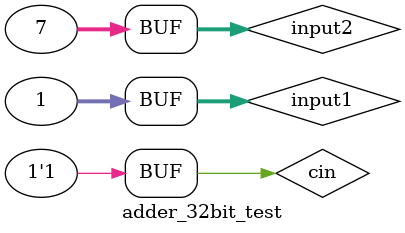
<source format=v>
module adder_32bit_test();

wire [31:0] out;
wire cout;
reg [31:0] input1,input2;
reg cin;


adder_32bit add32(out,input1,input2,cin,cout);

initial begin
  input1=32'b00000000000000000000000000000001;
  input2=32'b00000000000000000000000000000111;
  cin=1'b0;
#5;
  cin=1'b1;
end

initial begin
  $monitor("Time:%2d input1:%32b, input2:%32b, cin:%1b, cout:%1b, out:%32b",$time,input1,input2,cin,cout,out);
end


endmodule

</source>
